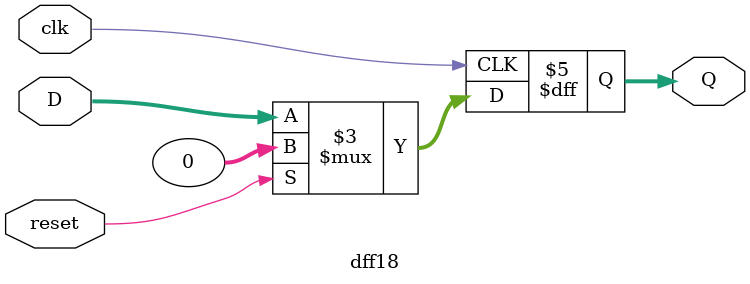
<source format=v>
module dff18 (
	 input wire [31:0] D,          // 34-bit data input
    output reg [31:0] Q,
    input wire clk,               // Clock input
    input wire reset             // Synchronous reset input
               // 34-bit data output
);
    always @(posedge clk) begin
        if (reset) 
            Q <= 32'b0;           // Reset the output to 0
        else 
            Q <= D;               // Capture the input on the rising edge of the clock
    end
endmodule

</source>
